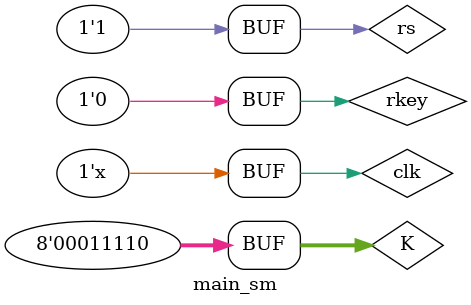
<source format=v>
`timescale 1ns / 1ps


module main_sm();
    reg clk,rs;
    reg [7:0]K;
    reg rkey;
    wire [1:0]les;
    wire [4:0]led;
    wire [7:0]dm1,dm2;
    wire [3:0]wm1,wm2;
    initial
    begin
    rkey=0;
    rs=0;
    K=0;
    clk=0;
    #20 K[1]=1;
    #20 K[5]=1;
    #20 K[3]=1;
    #20 K[7]=1;
    
    #500 rs=1;
    #20 K=0;
    #20 K[1]=1;
    #20 K[2]=1;
    #20 K[3]=1;
    #20 K[4]=1;
    end
    
    always
        #20 clk=~clk;

main u1(K,clk,led,les,rs,dm1,dm2,wm1,wm2,rkey);
endmodule

</source>
